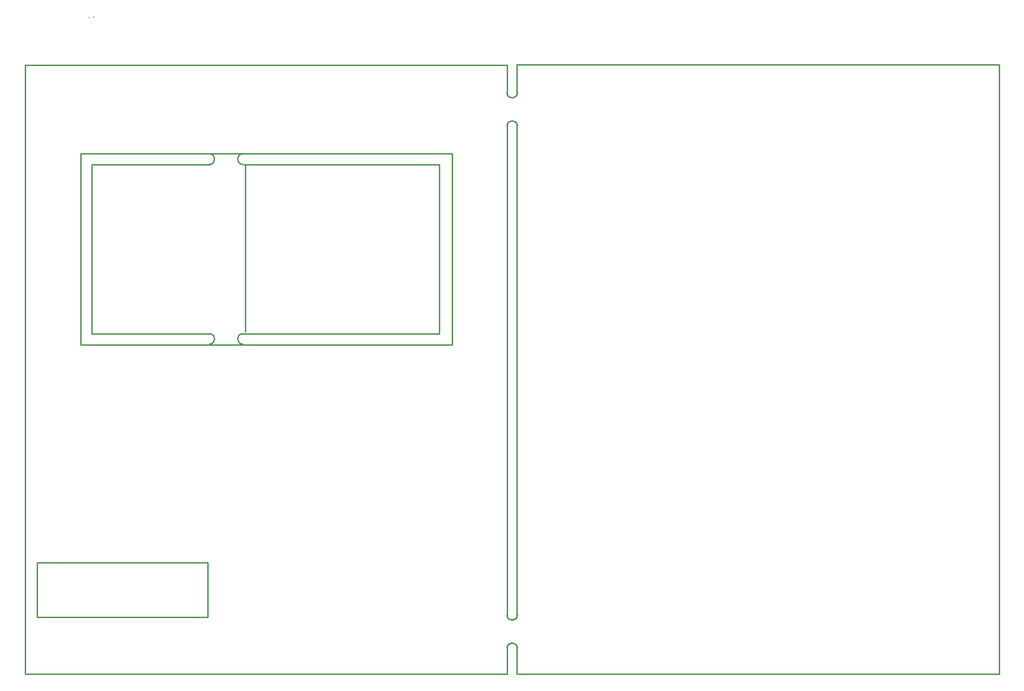
<source format=gko>
%FSLAX43Y43*%
%MOMM*%
G71*
G01*
G75*
%ADD10C,0.300*%
%ADD11R,1.600X1.800*%
%ADD12R,1.800X1.600*%
%ADD13R,1.300X0.850*%
%ADD14R,1.450X0.550*%
%ADD15R,1.450X0.550*%
%ADD16R,0.850X1.300*%
%ADD17R,2.150X0.600*%
%ADD18R,2.150X0.600*%
%ADD19R,2.500X0.500*%
%ADD20R,2.500X2.000*%
%ADD21O,1.800X0.350*%
%ADD22O,1.800X0.350*%
%ADD23R,1.500X1.300*%
%ADD24R,1.650X0.300*%
%ADD25C,0.250*%
%ADD26R,0.300X1.600*%
%ADD27R,2.700X2.500*%
%ADD28R,0.600X2.150*%
%ADD29R,1.550X0.600*%
%ADD30R,0.600X1.700*%
%ADD31R,1.300X1.500*%
%ADD32R,1.550X0.600*%
%ADD33R,2.200X0.550*%
%ADD34R,2.200X0.550*%
%ADD35R,2.200X0.600*%
%ADD36R,2.200X0.600*%
%ADD37C,0.063*%
%ADD38R,0.600X2.150*%
%ADD39R,1.700X0.600*%
%ADD40R,1.700X0.600*%
%ADD41C,0.500*%
%ADD42C,0.400*%
%ADD43C,0.600*%
%ADD44C,1.000*%
%ADD45C,0.800*%
%ADD46C,1.500*%
%ADD47R,1.500X1.500*%
%ADD48R,1.400X1.400*%
%ADD49C,1.400*%
%ADD50O,1.500X2.000*%
%ADD51R,1.500X2.000*%
%ADD52C,1.800*%
%ADD53R,1.800X1.800*%
%ADD54C,1.200*%
%ADD55C,2.500*%
%ADD56C,3.500*%
%ADD57C,5.000*%
%ADD58C,1.500*%
%ADD59C,2.000*%
%ADD60C,1.300*%
%ADD61C,1.100*%
%ADD62C,1.270*%
%ADD63R,0.950X0.900*%
%ADD64C,0.700*%
%ADD65R,1.803X2.003*%
%ADD66R,2.003X1.803*%
%ADD67R,1.503X1.053*%
%ADD68R,1.653X0.753*%
%ADD69R,1.653X0.753*%
%ADD70R,1.053X1.503*%
%ADD71R,2.353X0.803*%
%ADD72R,2.353X0.803*%
%ADD73R,2.703X0.703*%
%ADD74R,2.703X2.203*%
%ADD75O,2.003X0.553*%
%ADD76O,2.003X0.553*%
%ADD77R,1.703X1.503*%
%ADD78R,1.853X0.503*%
%ADD79R,0.503X1.803*%
%ADD80R,2.903X2.703*%
%ADD81R,0.803X2.353*%
%ADD82R,1.753X0.803*%
%ADD83R,0.803X1.903*%
%ADD84R,1.503X1.703*%
%ADD85R,1.753X0.803*%
%ADD86R,2.403X0.753*%
%ADD87R,2.403X0.753*%
%ADD88R,2.403X0.803*%
%ADD89R,2.403X0.803*%
%ADD90R,0.803X2.353*%
%ADD91R,1.903X0.803*%
%ADD92R,1.903X0.803*%
%ADD93C,1.703*%
%ADD94R,1.703X1.703*%
%ADD95R,1.603X1.603*%
%ADD96C,1.603*%
%ADD97O,1.703X2.203*%
%ADD98R,1.703X2.203*%
%ADD99C,2.003*%
%ADD100R,2.003X2.003*%
%ADD101C,1.403*%
%ADD102C,2.703*%
%ADD103C,3.703*%
%ADD104C,5.203*%
%ADD105C,1.703*%
%ADD106C,2.203*%
%ADD107C,1.503*%
%ADD108C,1.303*%
%ADD109C,1.473*%
%ADD110R,1.153X1.103*%
D25*
X11800Y121250D02*
G03*
X11800Y121250I0J0D01*
G01*
G03*
X11800Y121250I0J0D01*
G01*
G03*
X11800Y121250I0J0D01*
G01*
G03*
X11800Y121250I0J0D01*
G01*
G03*
X11800Y121250I0J0D01*
G01*
G03*
X11800Y121250I0J0D01*
G01*
G03*
X11800Y121250I0J0D01*
G01*
G03*
X11800Y121250I0J0D01*
G01*
X34103Y60891D02*
G03*
X34098Y62809I-53J959D01*
G01*
X40147Y62809D02*
G03*
X40152Y60891I53J-959D01*
G01*
X34103Y94091D02*
G03*
X34098Y96009I-53J959D01*
G01*
X40147Y96009D02*
G03*
X40152Y94091I53J-959D01*
G01*
X88991Y10797D02*
G03*
X90909Y10802I959J53D01*
G01*
X90909Y4753D02*
G03*
X88991Y4748I-959J-53D01*
G01*
X90909Y101203D02*
G03*
X88991Y101198I-959J-53D01*
G01*
X88991Y107247D02*
G03*
X90910Y107252I959J53D01*
G01*
X90883Y4803D02*
G03*
X88965Y4798I-959J-53D01*
G01*
X88965Y10847D02*
G03*
X90883Y10852I959J53D01*
G01*
X12674Y121300D02*
G03*
X12674Y121300I0J0D01*
G01*
G03*
X12674Y121300I0J0D01*
G01*
G03*
X12674Y121300I0J0D01*
G01*
G03*
X12674Y121300I0J0D01*
G01*
G03*
X12674Y121300I0J0D01*
G01*
G03*
X12674Y121300I0J0D01*
G01*
G03*
X12674Y121300I0J0D01*
G01*
G03*
X12674Y121300I0J0D01*
G01*
X88965Y107248D02*
G03*
X90883Y107253I959J53D01*
G01*
X90883Y101204D02*
G03*
X88965Y101199I-959J-53D01*
G01*
X11800Y121251D02*
G03*
X11800Y121251I0J0D01*
G01*
G03*
X11800Y121251I0J0D01*
G01*
G03*
X11800Y121251I0J0D01*
G01*
G03*
X11800Y121251I0J0D01*
G01*
G03*
X11800Y121251I0J0D01*
G01*
G03*
X11800Y121251I0J0D01*
G01*
G03*
X11800Y121251I0J0D01*
G01*
G03*
X11800Y121251I0J0D01*
G01*
X78800Y60800D02*
X78850Y60850D01*
X76500Y62800D02*
Y94000D01*
X41960Y96050D02*
X41960Y96050D01*
X89000Y0D02*
Y5000D01*
X89000Y10700D02*
Y101500D01*
X89000Y107000D02*
Y112400D01*
X40300Y96050D02*
X40300Y96050D01*
X30300Y96050D02*
X78850D01*
X40300Y94050D02*
X76500D01*
X10350Y96050D02*
X34050D01*
X12350Y94050D02*
X34200D01*
X12300Y62800D02*
X34350D01*
X10300Y60800D02*
X34100D01*
X30200Y60800D02*
X78850D01*
X40000Y62800D02*
X76500D01*
X12300Y63150D02*
Y94050D01*
X12300Y62900D02*
Y64150D01*
X10300Y95400D02*
Y96050D01*
X78850Y60800D02*
Y96050D01*
X10300Y60800D02*
Y95550D01*
X-0Y112400D02*
X89000D01*
X-0Y0D02*
Y112400D01*
Y0D02*
X89000D01*
X2250Y20500D02*
X18050D01*
X18000D02*
X33750D01*
Y10500D02*
Y20500D01*
X2250Y10500D02*
Y20500D01*
Y10500D02*
X33750D01*
X10300Y60850D02*
X10350Y60800D01*
X40700Y63150D02*
Y94050D01*
X90824Y0D02*
X179824D01*
X90824Y112450D02*
X179824D01*
X90824Y0D02*
Y5000D01*
X90824Y10600D02*
Y101300D01*
X179824Y0D02*
Y112450D01*
X90824Y107200D02*
Y112450D01*
M02*

</source>
